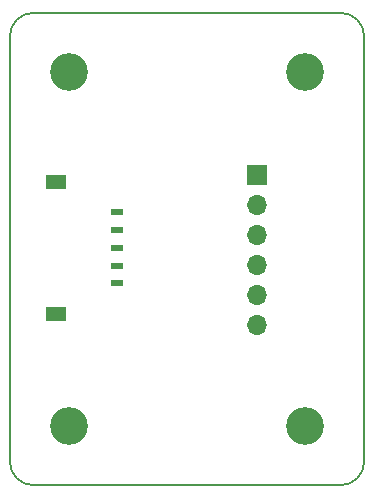
<source format=gbr>
G04 #@! TF.GenerationSoftware,KiCad,Pcbnew,5.1.6-c6e7f7d~86~ubuntu20.04.1*
G04 #@! TF.CreationDate,2020-05-17T01:17:36+03:00*
G04 #@! TF.ProjectId,PIC-ICSP-504050,5049432d-4943-4535-902d-353034303530,v1.0*
G04 #@! TF.SameCoordinates,Original*
G04 #@! TF.FileFunction,Soldermask,Top*
G04 #@! TF.FilePolarity,Negative*
%FSLAX46Y46*%
G04 Gerber Fmt 4.6, Leading zero omitted, Abs format (unit mm)*
G04 Created by KiCad (PCBNEW 5.1.6-c6e7f7d~86~ubuntu20.04.1) date 2020-05-17 01:17:36*
%MOMM*%
%LPD*%
G01*
G04 APERTURE LIST*
G04 #@! TA.AperFunction,Profile*
%ADD10C,0.150000*%
G04 #@! TD*
%ADD11R,1.000000X0.600000*%
%ADD12R,1.800000X1.250000*%
%ADD13R,1.700000X1.700000*%
%ADD14O,1.700000X1.700000*%
%ADD15C,3.200000*%
G04 APERTURE END LIST*
D10*
X78000000Y-50000000D02*
G75*
G02*
X80000000Y-52000000I0J-2000000D01*
G01*
X80000000Y-88000000D02*
G75*
G02*
X78000000Y-90000000I-2000000J0D01*
G01*
X52000000Y-90000000D02*
G75*
G02*
X50000000Y-88000000I0J2000000D01*
G01*
X50000000Y-52000000D02*
G75*
G02*
X52000000Y-50000000I2000000J0D01*
G01*
X50000000Y-88000000D02*
X50000000Y-52000000D01*
X52000000Y-90000000D02*
X78000000Y-90000000D01*
X80000000Y-52000000D02*
X80000000Y-88000000D01*
X52000000Y-50000000D02*
X78000000Y-50000000D01*
D11*
X59095000Y-72900000D03*
X59095000Y-71400000D03*
X59095000Y-69900000D03*
X59095000Y-68400000D03*
X59095000Y-66900000D03*
D12*
X53905000Y-75505000D03*
X53905000Y-64295000D03*
D13*
X70900000Y-63700000D03*
D14*
X70900000Y-66240000D03*
X70900000Y-68780000D03*
X70900000Y-71320000D03*
X70900000Y-73860000D03*
X70900000Y-76400000D03*
D15*
X75000000Y-85000000D03*
X55000000Y-85000000D03*
X75000000Y-55000000D03*
X55000000Y-55000000D03*
M02*

</source>
